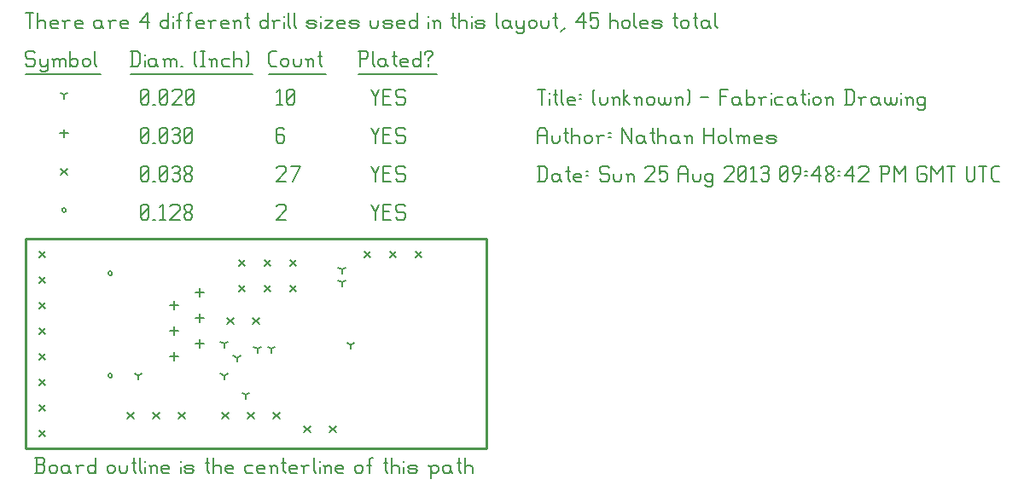
<source format=gbr>
G04 start of page 12 for group -3984 idx -3984 *
G04 Title: (unknown), fab *
G04 Creator: pcb 20110918 *
G04 CreationDate: Sun 25 Aug 2013 09:48:42 PM GMT UTC *
G04 For: ndholmes *
G04 Format: Gerber/RS-274X *
G04 PCB-Dimensions: 180000 82000 *
G04 PCB-Coordinate-Origin: lower left *
%MOIN*%
%FSLAX25Y25*%
%LNFAB*%
%ADD65C,0.0100*%
%ADD64C,0.0075*%
%ADD63C,0.0060*%
%ADD62R,0.0080X0.0080*%
G54D62*X32200Y68500D02*G75*G03X33800Y68500I800J0D01*G01*
G75*G03X32200Y68500I-800J0D01*G01*
Y28500D02*G75*G03X33800Y28500I800J0D01*G01*
G75*G03X32200Y28500I-800J0D01*G01*
X14200Y93250D02*G75*G03X15800Y93250I800J0D01*G01*
G75*G03X14200Y93250I-800J0D01*G01*
G54D63*X135000Y95500D02*X136500Y92500D01*
X138000Y95500D01*
X136500Y92500D02*Y89500D01*
X139800Y92800D02*X142050D01*
X139800Y89500D02*X142800D01*
X139800Y95500D02*Y89500D01*
Y95500D02*X142800D01*
X147600D02*X148350Y94750D01*
X145350Y95500D02*X147600D01*
X144600Y94750D02*X145350Y95500D01*
X144600Y94750D02*Y93250D01*
X145350Y92500D01*
X147600D01*
X148350Y91750D01*
Y90250D01*
X147600Y89500D02*X148350Y90250D01*
X145350Y89500D02*X147600D01*
X144600Y90250D02*X145350Y89500D01*
X98000Y94750D02*X98750Y95500D01*
X101000D01*
X101750Y94750D01*
Y93250D01*
X98000Y89500D02*X101750Y93250D01*
X98000Y89500D02*X101750D01*
X45000Y90250D02*X45750Y89500D01*
X45000Y94750D02*Y90250D01*
Y94750D02*X45750Y95500D01*
X47250D01*
X48000Y94750D01*
Y90250D01*
X47250Y89500D02*X48000Y90250D01*
X45750Y89500D02*X47250D01*
X45000Y91000D02*X48000Y94000D01*
X49800Y89500D02*X50550D01*
X52350Y94300D02*X53550Y95500D01*
Y89500D01*
X52350D02*X54600D01*
X56400Y94750D02*X57150Y95500D01*
X59400D01*
X60150Y94750D01*
Y93250D01*
X56400Y89500D02*X60150Y93250D01*
X56400Y89500D02*X60150D01*
X61950Y90250D02*X62700Y89500D01*
X61950Y91450D02*Y90250D01*
Y91450D02*X63000Y92500D01*
X63900D01*
X64950Y91450D01*
Y90250D01*
X64200Y89500D02*X64950Y90250D01*
X62700Y89500D02*X64200D01*
X61950Y93550D02*X63000Y92500D01*
X61950Y94750D02*Y93550D01*
Y94750D02*X62700Y95500D01*
X64200D01*
X64950Y94750D01*
Y93550D01*
X63900Y92500D02*X64950Y93550D01*
X5300Y77200D02*X7700Y74800D01*
X5300D02*X7700Y77200D01*
X5300Y67200D02*X7700Y64800D01*
X5300D02*X7700Y67200D01*
X5300Y57200D02*X7700Y54800D01*
X5300D02*X7700Y57200D01*
X5300Y47200D02*X7700Y44800D01*
X5300D02*X7700Y47200D01*
X5300Y37200D02*X7700Y34800D01*
X5300D02*X7700Y37200D01*
X5300Y27200D02*X7700Y24800D01*
X5300D02*X7700Y27200D01*
X5300Y17200D02*X7700Y14800D01*
X5300D02*X7700Y17200D01*
X5300Y7200D02*X7700Y4800D01*
X5300D02*X7700Y7200D01*
X103300Y73700D02*X105700Y71300D01*
X103300D02*X105700Y73700D01*
X93300D02*X95700Y71300D01*
X93300D02*X95700Y73700D01*
X83300D02*X85700Y71300D01*
X83300D02*X85700Y73700D01*
X103300Y63700D02*X105700Y61300D01*
X103300D02*X105700Y63700D01*
X93300D02*X95700Y61300D01*
X93300D02*X95700Y63700D01*
X83300D02*X85700Y61300D01*
X83300D02*X85700Y63700D01*
X152300Y77200D02*X154700Y74800D01*
X152300D02*X154700Y77200D01*
X142300D02*X144700Y74800D01*
X142300D02*X144700Y77200D01*
X132300D02*X134700Y74800D01*
X132300D02*X134700Y77200D01*
X39800Y14200D02*X42200Y11800D01*
X39800D02*X42200Y14200D01*
X49800D02*X52200Y11800D01*
X49800D02*X52200Y14200D01*
X59800D02*X62200Y11800D01*
X59800D02*X62200Y14200D01*
X76800D02*X79200Y11800D01*
X76800D02*X79200Y14200D01*
X86800D02*X89200Y11800D01*
X86800D02*X89200Y14200D01*
X96800D02*X99200Y11800D01*
X96800D02*X99200Y14200D01*
X78800Y51200D02*X81200Y48800D01*
X78800D02*X81200Y51200D01*
X88800D02*X91200Y48800D01*
X88800D02*X91200Y51200D01*
X108800Y8700D02*X111200Y6300D01*
X108800D02*X111200Y8700D01*
X118800D02*X121200Y6300D01*
X118800D02*X121200Y8700D01*
X13800Y109450D02*X16200Y107050D01*
X13800D02*X16200Y109450D01*
X135000Y110500D02*X136500Y107500D01*
X138000Y110500D01*
X136500Y107500D02*Y104500D01*
X139800Y107800D02*X142050D01*
X139800Y104500D02*X142800D01*
X139800Y110500D02*Y104500D01*
Y110500D02*X142800D01*
X147600D02*X148350Y109750D01*
X145350Y110500D02*X147600D01*
X144600Y109750D02*X145350Y110500D01*
X144600Y109750D02*Y108250D01*
X145350Y107500D01*
X147600D01*
X148350Y106750D01*
Y105250D01*
X147600Y104500D02*X148350Y105250D01*
X145350Y104500D02*X147600D01*
X144600Y105250D02*X145350Y104500D01*
X98000Y109750D02*X98750Y110500D01*
X101000D01*
X101750Y109750D01*
Y108250D01*
X98000Y104500D02*X101750Y108250D01*
X98000Y104500D02*X101750D01*
X104300D02*X107300Y110500D01*
X103550D02*X107300D01*
X45000Y105250D02*X45750Y104500D01*
X45000Y109750D02*Y105250D01*
Y109750D02*X45750Y110500D01*
X47250D01*
X48000Y109750D01*
Y105250D01*
X47250Y104500D02*X48000Y105250D01*
X45750Y104500D02*X47250D01*
X45000Y106000D02*X48000Y109000D01*
X49800Y104500D02*X50550D01*
X52350Y105250D02*X53100Y104500D01*
X52350Y109750D02*Y105250D01*
Y109750D02*X53100Y110500D01*
X54600D01*
X55350Y109750D01*
Y105250D01*
X54600Y104500D02*X55350Y105250D01*
X53100Y104500D02*X54600D01*
X52350Y106000D02*X55350Y109000D01*
X57150Y109750D02*X57900Y110500D01*
X59400D01*
X60150Y109750D01*
X59400Y104500D02*X60150Y105250D01*
X57900Y104500D02*X59400D01*
X57150Y105250D02*X57900Y104500D01*
Y107800D02*X59400D01*
X60150Y109750D02*Y108550D01*
Y107050D02*Y105250D01*
Y107050D02*X59400Y107800D01*
X60150Y108550D02*X59400Y107800D01*
X61950Y105250D02*X62700Y104500D01*
X61950Y106450D02*Y105250D01*
Y106450D02*X63000Y107500D01*
X63900D01*
X64950Y106450D01*
Y105250D01*
X64200Y104500D02*X64950Y105250D01*
X62700Y104500D02*X64200D01*
X61950Y108550D02*X63000Y107500D01*
X61950Y109750D02*Y108550D01*
Y109750D02*X62700Y110500D01*
X64200D01*
X64950Y109750D01*
Y108550D01*
X63900Y107500D02*X64950Y108550D01*
X68000Y62600D02*Y59400D01*
X66400Y61000D02*X69600D01*
X58000Y57600D02*Y54400D01*
X56400Y56000D02*X59600D01*
X68000Y52600D02*Y49400D01*
X66400Y51000D02*X69600D01*
X58000Y47600D02*Y44400D01*
X56400Y46000D02*X59600D01*
X68000Y42600D02*Y39400D01*
X66400Y41000D02*X69600D01*
X58000Y37600D02*Y34400D01*
X56400Y36000D02*X59600D01*
X15000Y124850D02*Y121650D01*
X13400Y123250D02*X16600D01*
X135000Y125500D02*X136500Y122500D01*
X138000Y125500D01*
X136500Y122500D02*Y119500D01*
X139800Y122800D02*X142050D01*
X139800Y119500D02*X142800D01*
X139800Y125500D02*Y119500D01*
Y125500D02*X142800D01*
X147600D02*X148350Y124750D01*
X145350Y125500D02*X147600D01*
X144600Y124750D02*X145350Y125500D01*
X144600Y124750D02*Y123250D01*
X145350Y122500D01*
X147600D01*
X148350Y121750D01*
Y120250D01*
X147600Y119500D02*X148350Y120250D01*
X145350Y119500D02*X147600D01*
X144600Y120250D02*X145350Y119500D01*
X100250Y125500D02*X101000Y124750D01*
X98750Y125500D02*X100250D01*
X98000Y124750D02*X98750Y125500D01*
X98000Y124750D02*Y120250D01*
X98750Y119500D01*
X100250Y122800D02*X101000Y122050D01*
X98000Y122800D02*X100250D01*
X98750Y119500D02*X100250D01*
X101000Y120250D01*
Y122050D02*Y120250D01*
X45000D02*X45750Y119500D01*
X45000Y124750D02*Y120250D01*
Y124750D02*X45750Y125500D01*
X47250D01*
X48000Y124750D01*
Y120250D01*
X47250Y119500D02*X48000Y120250D01*
X45750Y119500D02*X47250D01*
X45000Y121000D02*X48000Y124000D01*
X49800Y119500D02*X50550D01*
X52350Y120250D02*X53100Y119500D01*
X52350Y124750D02*Y120250D01*
Y124750D02*X53100Y125500D01*
X54600D01*
X55350Y124750D01*
Y120250D01*
X54600Y119500D02*X55350Y120250D01*
X53100Y119500D02*X54600D01*
X52350Y121000D02*X55350Y124000D01*
X57150Y124750D02*X57900Y125500D01*
X59400D01*
X60150Y124750D01*
X59400Y119500D02*X60150Y120250D01*
X57900Y119500D02*X59400D01*
X57150Y120250D02*X57900Y119500D01*
Y122800D02*X59400D01*
X60150Y124750D02*Y123550D01*
Y122050D02*Y120250D01*
Y122050D02*X59400Y122800D01*
X60150Y123550D02*X59400Y122800D01*
X61950Y120250D02*X62700Y119500D01*
X61950Y124750D02*Y120250D01*
Y124750D02*X62700Y125500D01*
X64200D01*
X64950Y124750D01*
Y120250D01*
X64200Y119500D02*X64950Y120250D01*
X62700Y119500D02*X64200D01*
X61950Y121000D02*X64950Y124000D01*
X123500Y70000D02*Y68400D01*
Y70000D02*X124887Y70800D01*
X123500Y70000D02*X122113Y70800D01*
X123500Y65000D02*Y63400D01*
Y65000D02*X124887Y65800D01*
X123500Y65000D02*X122113Y65800D01*
X82500Y35500D02*Y33900D01*
Y35500D02*X83887Y36300D01*
X82500Y35500D02*X81113Y36300D01*
X77500Y41000D02*Y39400D01*
Y41000D02*X78887Y41800D01*
X77500Y41000D02*X76113Y41800D01*
X77500Y28500D02*Y26900D01*
Y28500D02*X78887Y29300D01*
X77500Y28500D02*X76113Y29300D01*
X44000Y28500D02*Y26900D01*
Y28500D02*X45387Y29300D01*
X44000Y28500D02*X42613Y29300D01*
X90500Y39000D02*Y37400D01*
Y39000D02*X91887Y39800D01*
X90500Y39000D02*X89113Y39800D01*
X96000Y39000D02*Y37400D01*
Y39000D02*X97387Y39800D01*
X96000Y39000D02*X94613Y39800D01*
X127000Y40500D02*Y38900D01*
Y40500D02*X128387Y41300D01*
X127000Y40500D02*X125613Y41300D01*
X86000Y21000D02*Y19400D01*
Y21000D02*X87387Y21800D01*
X86000Y21000D02*X84613Y21800D01*
X15000Y138250D02*Y136650D01*
Y138250D02*X16387Y139050D01*
X15000Y138250D02*X13613Y139050D01*
X135000Y140500D02*X136500Y137500D01*
X138000Y140500D01*
X136500Y137500D02*Y134500D01*
X139800Y137800D02*X142050D01*
X139800Y134500D02*X142800D01*
X139800Y140500D02*Y134500D01*
Y140500D02*X142800D01*
X147600D02*X148350Y139750D01*
X145350Y140500D02*X147600D01*
X144600Y139750D02*X145350Y140500D01*
X144600Y139750D02*Y138250D01*
X145350Y137500D01*
X147600D01*
X148350Y136750D01*
Y135250D01*
X147600Y134500D02*X148350Y135250D01*
X145350Y134500D02*X147600D01*
X144600Y135250D02*X145350Y134500D01*
X98000Y139300D02*X99200Y140500D01*
Y134500D01*
X98000D02*X100250D01*
X102050Y135250D02*X102800Y134500D01*
X102050Y139750D02*Y135250D01*
Y139750D02*X102800Y140500D01*
X104300D01*
X105050Y139750D01*
Y135250D01*
X104300Y134500D02*X105050Y135250D01*
X102800Y134500D02*X104300D01*
X102050Y136000D02*X105050Y139000D01*
X45000Y135250D02*X45750Y134500D01*
X45000Y139750D02*Y135250D01*
Y139750D02*X45750Y140500D01*
X47250D01*
X48000Y139750D01*
Y135250D01*
X47250Y134500D02*X48000Y135250D01*
X45750Y134500D02*X47250D01*
X45000Y136000D02*X48000Y139000D01*
X49800Y134500D02*X50550D01*
X52350Y135250D02*X53100Y134500D01*
X52350Y139750D02*Y135250D01*
Y139750D02*X53100Y140500D01*
X54600D01*
X55350Y139750D01*
Y135250D01*
X54600Y134500D02*X55350Y135250D01*
X53100Y134500D02*X54600D01*
X52350Y136000D02*X55350Y139000D01*
X57150Y139750D02*X57900Y140500D01*
X60150D01*
X60900Y139750D01*
Y138250D01*
X57150Y134500D02*X60900Y138250D01*
X57150Y134500D02*X60900D01*
X62700Y135250D02*X63450Y134500D01*
X62700Y139750D02*Y135250D01*
Y139750D02*X63450Y140500D01*
X64950D01*
X65700Y139750D01*
Y135250D01*
X64950Y134500D02*X65700Y135250D01*
X63450Y134500D02*X64950D01*
X62700Y136000D02*X65700Y139000D01*
X3000Y155500D02*X3750Y154750D01*
X750Y155500D02*X3000D01*
X0Y154750D02*X750Y155500D01*
X0Y154750D02*Y153250D01*
X750Y152500D01*
X3000D01*
X3750Y151750D01*
Y150250D01*
X3000Y149500D02*X3750Y150250D01*
X750Y149500D02*X3000D01*
X0Y150250D02*X750Y149500D01*
X5550Y152500D02*Y150250D01*
X6300Y149500D01*
X8550Y152500D02*Y148000D01*
X7800Y147250D02*X8550Y148000D01*
X6300Y147250D02*X7800D01*
X5550Y148000D02*X6300Y147250D01*
Y149500D02*X7800D01*
X8550Y150250D01*
X11100Y151750D02*Y149500D01*
Y151750D02*X11850Y152500D01*
X12600D01*
X13350Y151750D01*
Y149500D01*
Y151750D02*X14100Y152500D01*
X14850D01*
X15600Y151750D01*
Y149500D01*
X10350Y152500D02*X11100Y151750D01*
X17400Y155500D02*Y149500D01*
Y150250D02*X18150Y149500D01*
X19650D01*
X20400Y150250D01*
Y151750D02*Y150250D01*
X19650Y152500D02*X20400Y151750D01*
X18150Y152500D02*X19650D01*
X17400Y151750D02*X18150Y152500D01*
X22200Y151750D02*Y150250D01*
Y151750D02*X22950Y152500D01*
X24450D01*
X25200Y151750D01*
Y150250D01*
X24450Y149500D02*X25200Y150250D01*
X22950Y149500D02*X24450D01*
X22200Y150250D02*X22950Y149500D01*
X27000Y155500D02*Y150250D01*
X27750Y149500D01*
X0Y146250D02*X29250D01*
X41750Y155500D02*Y149500D01*
X43700Y155500D02*X44750Y154450D01*
Y150550D01*
X43700Y149500D02*X44750Y150550D01*
X41000Y149500D02*X43700D01*
X41000Y155500D02*X43700D01*
G54D64*X46550Y154000D02*Y153850D01*
G54D63*Y151750D02*Y149500D01*
X50300Y152500D02*X51050Y151750D01*
X48800Y152500D02*X50300D01*
X48050Y151750D02*X48800Y152500D01*
X48050Y151750D02*Y150250D01*
X48800Y149500D01*
X51050Y152500D02*Y150250D01*
X51800Y149500D01*
X48800D02*X50300D01*
X51050Y150250D01*
X54350Y151750D02*Y149500D01*
Y151750D02*X55100Y152500D01*
X55850D01*
X56600Y151750D01*
Y149500D01*
Y151750D02*X57350Y152500D01*
X58100D01*
X58850Y151750D01*
Y149500D01*
X53600Y152500D02*X54350Y151750D01*
X60650Y149500D02*X61400D01*
X65900Y150250D02*X66650Y149500D01*
X65900Y154750D02*X66650Y155500D01*
X65900Y154750D02*Y150250D01*
X68450Y155500D02*X69950D01*
X69200D02*Y149500D01*
X68450D02*X69950D01*
X72500Y151750D02*Y149500D01*
Y151750D02*X73250Y152500D01*
X74000D01*
X74750Y151750D01*
Y149500D01*
X71750Y152500D02*X72500Y151750D01*
X77300Y152500D02*X79550D01*
X76550Y151750D02*X77300Y152500D01*
X76550Y151750D02*Y150250D01*
X77300Y149500D01*
X79550D01*
X81350Y155500D02*Y149500D01*
Y151750D02*X82100Y152500D01*
X83600D01*
X84350Y151750D01*
Y149500D01*
X86150Y155500D02*X86900Y154750D01*
Y150250D01*
X86150Y149500D02*X86900Y150250D01*
X41000Y146250D02*X88700D01*
X96050Y149500D02*X98000D01*
X95000Y150550D02*X96050Y149500D01*
X95000Y154450D02*Y150550D01*
Y154450D02*X96050Y155500D01*
X98000D01*
X99800Y151750D02*Y150250D01*
Y151750D02*X100550Y152500D01*
X102050D01*
X102800Y151750D01*
Y150250D01*
X102050Y149500D02*X102800Y150250D01*
X100550Y149500D02*X102050D01*
X99800Y150250D02*X100550Y149500D01*
X104600Y152500D02*Y150250D01*
X105350Y149500D01*
X106850D01*
X107600Y150250D01*
Y152500D02*Y150250D01*
X110150Y151750D02*Y149500D01*
Y151750D02*X110900Y152500D01*
X111650D01*
X112400Y151750D01*
Y149500D01*
X109400Y152500D02*X110150Y151750D01*
X114950Y155500D02*Y150250D01*
X115700Y149500D01*
X114200Y153250D02*X115700D01*
X95000Y146250D02*X117200D01*
X130750Y155500D02*Y149500D01*
X130000Y155500D02*X133000D01*
X133750Y154750D01*
Y153250D01*
X133000Y152500D02*X133750Y153250D01*
X130750Y152500D02*X133000D01*
X135550Y155500D02*Y150250D01*
X136300Y149500D01*
X140050Y152500D02*X140800Y151750D01*
X138550Y152500D02*X140050D01*
X137800Y151750D02*X138550Y152500D01*
X137800Y151750D02*Y150250D01*
X138550Y149500D01*
X140800Y152500D02*Y150250D01*
X141550Y149500D01*
X138550D02*X140050D01*
X140800Y150250D01*
X144100Y155500D02*Y150250D01*
X144850Y149500D01*
X143350Y153250D02*X144850D01*
X147100Y149500D02*X149350D01*
X146350Y150250D02*X147100Y149500D01*
X146350Y151750D02*Y150250D01*
Y151750D02*X147100Y152500D01*
X148600D01*
X149350Y151750D01*
X146350Y151000D02*X149350D01*
Y151750D02*Y151000D01*
X154150Y155500D02*Y149500D01*
X153400D02*X154150Y150250D01*
X151900Y149500D02*X153400D01*
X151150Y150250D02*X151900Y149500D01*
X151150Y151750D02*Y150250D01*
Y151750D02*X151900Y152500D01*
X153400D01*
X154150Y151750D01*
X157450Y152500D02*Y151750D01*
Y150250D02*Y149500D01*
X155950Y154750D02*Y154000D01*
Y154750D02*X156700Y155500D01*
X158200D01*
X158950Y154750D01*
Y154000D01*
X157450Y152500D02*X158950Y154000D01*
X130000Y146250D02*X160750D01*
X0Y170500D02*X3000D01*
X1500D02*Y164500D01*
X4800Y170500D02*Y164500D01*
Y166750D02*X5550Y167500D01*
X7050D01*
X7800Y166750D01*
Y164500D01*
X10350D02*X12600D01*
X9600Y165250D02*X10350Y164500D01*
X9600Y166750D02*Y165250D01*
Y166750D02*X10350Y167500D01*
X11850D01*
X12600Y166750D01*
X9600Y166000D02*X12600D01*
Y166750D02*Y166000D01*
X15150Y166750D02*Y164500D01*
Y166750D02*X15900Y167500D01*
X17400D01*
X14400D02*X15150Y166750D01*
X19950Y164500D02*X22200D01*
X19200Y165250D02*X19950Y164500D01*
X19200Y166750D02*Y165250D01*
Y166750D02*X19950Y167500D01*
X21450D01*
X22200Y166750D01*
X19200Y166000D02*X22200D01*
Y166750D02*Y166000D01*
X28950Y167500D02*X29700Y166750D01*
X27450Y167500D02*X28950D01*
X26700Y166750D02*X27450Y167500D01*
X26700Y166750D02*Y165250D01*
X27450Y164500D01*
X29700Y167500D02*Y165250D01*
X30450Y164500D01*
X27450D02*X28950D01*
X29700Y165250D01*
X33000Y166750D02*Y164500D01*
Y166750D02*X33750Y167500D01*
X35250D01*
X32250D02*X33000Y166750D01*
X37800Y164500D02*X40050D01*
X37050Y165250D02*X37800Y164500D01*
X37050Y166750D02*Y165250D01*
Y166750D02*X37800Y167500D01*
X39300D01*
X40050Y166750D01*
X37050Y166000D02*X40050D01*
Y166750D02*Y166000D01*
X44550Y166750D02*X47550Y170500D01*
X44550Y166750D02*X48300D01*
X47550Y170500D02*Y164500D01*
X55800Y170500D02*Y164500D01*
X55050D02*X55800Y165250D01*
X53550Y164500D02*X55050D01*
X52800Y165250D02*X53550Y164500D01*
X52800Y166750D02*Y165250D01*
Y166750D02*X53550Y167500D01*
X55050D01*
X55800Y166750D01*
G54D64*X57600Y169000D02*Y168850D01*
G54D63*Y166750D02*Y164500D01*
X59850Y169750D02*Y164500D01*
Y169750D02*X60600Y170500D01*
X61350D01*
X59100Y167500D02*X60600D01*
X63600Y169750D02*Y164500D01*
Y169750D02*X64350Y170500D01*
X65100D01*
X62850Y167500D02*X64350D01*
X67350Y164500D02*X69600D01*
X66600Y165250D02*X67350Y164500D01*
X66600Y166750D02*Y165250D01*
Y166750D02*X67350Y167500D01*
X68850D01*
X69600Y166750D01*
X66600Y166000D02*X69600D01*
Y166750D02*Y166000D01*
X72150Y166750D02*Y164500D01*
Y166750D02*X72900Y167500D01*
X74400D01*
X71400D02*X72150Y166750D01*
X76950Y164500D02*X79200D01*
X76200Y165250D02*X76950Y164500D01*
X76200Y166750D02*Y165250D01*
Y166750D02*X76950Y167500D01*
X78450D01*
X79200Y166750D01*
X76200Y166000D02*X79200D01*
Y166750D02*Y166000D01*
X81750Y166750D02*Y164500D01*
Y166750D02*X82500Y167500D01*
X83250D01*
X84000Y166750D01*
Y164500D01*
X81000Y167500D02*X81750Y166750D01*
X86550Y170500D02*Y165250D01*
X87300Y164500D01*
X85800Y168250D02*X87300D01*
X94500Y170500D02*Y164500D01*
X93750D02*X94500Y165250D01*
X92250Y164500D02*X93750D01*
X91500Y165250D02*X92250Y164500D01*
X91500Y166750D02*Y165250D01*
Y166750D02*X92250Y167500D01*
X93750D01*
X94500Y166750D01*
X97050D02*Y164500D01*
Y166750D02*X97800Y167500D01*
X99300D01*
X96300D02*X97050Y166750D01*
G54D64*X101100Y169000D02*Y168850D01*
G54D63*Y166750D02*Y164500D01*
X102600Y170500D02*Y165250D01*
X103350Y164500D01*
X104850Y170500D02*Y165250D01*
X105600Y164500D01*
X110550D02*X112800D01*
X113550Y165250D01*
X112800Y166000D02*X113550Y165250D01*
X110550Y166000D02*X112800D01*
X109800Y166750D02*X110550Y166000D01*
X109800Y166750D02*X110550Y167500D01*
X112800D01*
X113550Y166750D01*
X109800Y165250D02*X110550Y164500D01*
G54D64*X115350Y169000D02*Y168850D01*
G54D63*Y166750D02*Y164500D01*
X116850Y167500D02*X119850D01*
X116850Y164500D02*X119850Y167500D01*
X116850Y164500D02*X119850D01*
X122400D02*X124650D01*
X121650Y165250D02*X122400Y164500D01*
X121650Y166750D02*Y165250D01*
Y166750D02*X122400Y167500D01*
X123900D01*
X124650Y166750D01*
X121650Y166000D02*X124650D01*
Y166750D02*Y166000D01*
X127200Y164500D02*X129450D01*
X130200Y165250D01*
X129450Y166000D02*X130200Y165250D01*
X127200Y166000D02*X129450D01*
X126450Y166750D02*X127200Y166000D01*
X126450Y166750D02*X127200Y167500D01*
X129450D01*
X130200Y166750D01*
X126450Y165250D02*X127200Y164500D01*
X134700Y167500D02*Y165250D01*
X135450Y164500D01*
X136950D01*
X137700Y165250D01*
Y167500D02*Y165250D01*
X140250Y164500D02*X142500D01*
X143250Y165250D01*
X142500Y166000D02*X143250Y165250D01*
X140250Y166000D02*X142500D01*
X139500Y166750D02*X140250Y166000D01*
X139500Y166750D02*X140250Y167500D01*
X142500D01*
X143250Y166750D01*
X139500Y165250D02*X140250Y164500D01*
X145800D02*X148050D01*
X145050Y165250D02*X145800Y164500D01*
X145050Y166750D02*Y165250D01*
Y166750D02*X145800Y167500D01*
X147300D01*
X148050Y166750D01*
X145050Y166000D02*X148050D01*
Y166750D02*Y166000D01*
X152850Y170500D02*Y164500D01*
X152100D02*X152850Y165250D01*
X150600Y164500D02*X152100D01*
X149850Y165250D02*X150600Y164500D01*
X149850Y166750D02*Y165250D01*
Y166750D02*X150600Y167500D01*
X152100D01*
X152850Y166750D01*
G54D64*X157350Y169000D02*Y168850D01*
G54D63*Y166750D02*Y164500D01*
X159600Y166750D02*Y164500D01*
Y166750D02*X160350Y167500D01*
X161100D01*
X161850Y166750D01*
Y164500D01*
X158850Y167500D02*X159600Y166750D01*
X167100Y170500D02*Y165250D01*
X167850Y164500D01*
X166350Y168250D02*X167850D01*
X169350Y170500D02*Y164500D01*
Y166750D02*X170100Y167500D01*
X171600D01*
X172350Y166750D01*
Y164500D01*
G54D64*X174150Y169000D02*Y168850D01*
G54D63*Y166750D02*Y164500D01*
X176400D02*X178650D01*
X179400Y165250D01*
X178650Y166000D02*X179400Y165250D01*
X176400Y166000D02*X178650D01*
X175650Y166750D02*X176400Y166000D01*
X175650Y166750D02*X176400Y167500D01*
X178650D01*
X179400Y166750D01*
X175650Y165250D02*X176400Y164500D01*
X183900Y170500D02*Y165250D01*
X184650Y164500D01*
X188400Y167500D02*X189150Y166750D01*
X186900Y167500D02*X188400D01*
X186150Y166750D02*X186900Y167500D01*
X186150Y166750D02*Y165250D01*
X186900Y164500D01*
X189150Y167500D02*Y165250D01*
X189900Y164500D01*
X186900D02*X188400D01*
X189150Y165250D01*
X191700Y167500D02*Y165250D01*
X192450Y164500D01*
X194700Y167500D02*Y163000D01*
X193950Y162250D02*X194700Y163000D01*
X192450Y162250D02*X193950D01*
X191700Y163000D02*X192450Y162250D01*
Y164500D02*X193950D01*
X194700Y165250D01*
X196500Y166750D02*Y165250D01*
Y166750D02*X197250Y167500D01*
X198750D01*
X199500Y166750D01*
Y165250D01*
X198750Y164500D02*X199500Y165250D01*
X197250Y164500D02*X198750D01*
X196500Y165250D02*X197250Y164500D01*
X201300Y167500D02*Y165250D01*
X202050Y164500D01*
X203550D01*
X204300Y165250D01*
Y167500D02*Y165250D01*
X206850Y170500D02*Y165250D01*
X207600Y164500D01*
X206100Y168250D02*X207600D01*
X209100Y163000D02*X210600Y164500D01*
X215100Y166750D02*X218100Y170500D01*
X215100Y166750D02*X218850D01*
X218100Y170500D02*Y164500D01*
X220650Y170500D02*X223650D01*
X220650D02*Y167500D01*
X221400Y168250D01*
X222900D01*
X223650Y167500D01*
Y165250D01*
X222900Y164500D02*X223650Y165250D01*
X221400Y164500D02*X222900D01*
X220650Y165250D02*X221400Y164500D01*
X228150Y170500D02*Y164500D01*
Y166750D02*X228900Y167500D01*
X230400D01*
X231150Y166750D01*
Y164500D01*
X232950Y166750D02*Y165250D01*
Y166750D02*X233700Y167500D01*
X235200D01*
X235950Y166750D01*
Y165250D01*
X235200Y164500D02*X235950Y165250D01*
X233700Y164500D02*X235200D01*
X232950Y165250D02*X233700Y164500D01*
X237750Y170500D02*Y165250D01*
X238500Y164500D01*
X240750D02*X243000D01*
X240000Y165250D02*X240750Y164500D01*
X240000Y166750D02*Y165250D01*
Y166750D02*X240750Y167500D01*
X242250D01*
X243000Y166750D01*
X240000Y166000D02*X243000D01*
Y166750D02*Y166000D01*
X245550Y164500D02*X247800D01*
X248550Y165250D01*
X247800Y166000D02*X248550Y165250D01*
X245550Y166000D02*X247800D01*
X244800Y166750D02*X245550Y166000D01*
X244800Y166750D02*X245550Y167500D01*
X247800D01*
X248550Y166750D01*
X244800Y165250D02*X245550Y164500D01*
X253800Y170500D02*Y165250D01*
X254550Y164500D01*
X253050Y168250D02*X254550D01*
X256050Y166750D02*Y165250D01*
Y166750D02*X256800Y167500D01*
X258300D01*
X259050Y166750D01*
Y165250D01*
X258300Y164500D02*X259050Y165250D01*
X256800Y164500D02*X258300D01*
X256050Y165250D02*X256800Y164500D01*
X261600Y170500D02*Y165250D01*
X262350Y164500D01*
X260850Y168250D02*X262350D01*
X266100Y167500D02*X266850Y166750D01*
X264600Y167500D02*X266100D01*
X263850Y166750D02*X264600Y167500D01*
X263850Y166750D02*Y165250D01*
X264600Y164500D01*
X266850Y167500D02*Y165250D01*
X267600Y164500D01*
X264600D02*X266100D01*
X266850Y165250D01*
X269400Y170500D02*Y165250D01*
X270150Y164500D01*
G54D65*X0Y82000D02*X180000D01*
Y0D01*
X0D01*
Y82000D01*
G54D63*X3675Y-9500D02*X6675D01*
X7425Y-8750D01*
Y-6950D02*Y-8750D01*
X6675Y-6200D02*X7425Y-6950D01*
X4425Y-6200D02*X6675D01*
X4425Y-3500D02*Y-9500D01*
X3675Y-3500D02*X6675D01*
X7425Y-4250D01*
Y-5450D01*
X6675Y-6200D02*X7425Y-5450D01*
X9225Y-7250D02*Y-8750D01*
Y-7250D02*X9975Y-6500D01*
X11475D01*
X12225Y-7250D01*
Y-8750D01*
X11475Y-9500D02*X12225Y-8750D01*
X9975Y-9500D02*X11475D01*
X9225Y-8750D02*X9975Y-9500D01*
X16275Y-6500D02*X17025Y-7250D01*
X14775Y-6500D02*X16275D01*
X14025Y-7250D02*X14775Y-6500D01*
X14025Y-7250D02*Y-8750D01*
X14775Y-9500D01*
X17025Y-6500D02*Y-8750D01*
X17775Y-9500D01*
X14775D02*X16275D01*
X17025Y-8750D01*
X20325Y-7250D02*Y-9500D01*
Y-7250D02*X21075Y-6500D01*
X22575D01*
X19575D02*X20325Y-7250D01*
X27375Y-3500D02*Y-9500D01*
X26625D02*X27375Y-8750D01*
X25125Y-9500D02*X26625D01*
X24375Y-8750D02*X25125Y-9500D01*
X24375Y-7250D02*Y-8750D01*
Y-7250D02*X25125Y-6500D01*
X26625D01*
X27375Y-7250D01*
X31875D02*Y-8750D01*
Y-7250D02*X32625Y-6500D01*
X34125D01*
X34875Y-7250D01*
Y-8750D01*
X34125Y-9500D02*X34875Y-8750D01*
X32625Y-9500D02*X34125D01*
X31875Y-8750D02*X32625Y-9500D01*
X36675Y-6500D02*Y-8750D01*
X37425Y-9500D01*
X38925D01*
X39675Y-8750D01*
Y-6500D02*Y-8750D01*
X42225Y-3500D02*Y-8750D01*
X42975Y-9500D01*
X41475Y-5750D02*X42975D01*
X44475Y-3500D02*Y-8750D01*
X45225Y-9500D01*
G54D64*X46725Y-5000D02*Y-5150D01*
G54D63*Y-7250D02*Y-9500D01*
X48975Y-7250D02*Y-9500D01*
Y-7250D02*X49725Y-6500D01*
X50475D01*
X51225Y-7250D01*
Y-9500D01*
X48225Y-6500D02*X48975Y-7250D01*
X53775Y-9500D02*X56025D01*
X53025Y-8750D02*X53775Y-9500D01*
X53025Y-7250D02*Y-8750D01*
Y-7250D02*X53775Y-6500D01*
X55275D01*
X56025Y-7250D01*
X53025Y-8000D02*X56025D01*
Y-7250D02*Y-8000D01*
G54D64*X60525Y-5000D02*Y-5150D01*
G54D63*Y-7250D02*Y-9500D01*
X62775D02*X65025D01*
X65775Y-8750D01*
X65025Y-8000D02*X65775Y-8750D01*
X62775Y-8000D02*X65025D01*
X62025Y-7250D02*X62775Y-8000D01*
X62025Y-7250D02*X62775Y-6500D01*
X65025D01*
X65775Y-7250D01*
X62025Y-8750D02*X62775Y-9500D01*
X71025Y-3500D02*Y-8750D01*
X71775Y-9500D01*
X70275Y-5750D02*X71775D01*
X73275Y-3500D02*Y-9500D01*
Y-7250D02*X74025Y-6500D01*
X75525D01*
X76275Y-7250D01*
Y-9500D01*
X78825D02*X81075D01*
X78075Y-8750D02*X78825Y-9500D01*
X78075Y-7250D02*Y-8750D01*
Y-7250D02*X78825Y-6500D01*
X80325D01*
X81075Y-7250D01*
X78075Y-8000D02*X81075D01*
Y-7250D02*Y-8000D01*
X86325Y-6500D02*X88575D01*
X85575Y-7250D02*X86325Y-6500D01*
X85575Y-7250D02*Y-8750D01*
X86325Y-9500D01*
X88575D01*
X91125D02*X93375D01*
X90375Y-8750D02*X91125Y-9500D01*
X90375Y-7250D02*Y-8750D01*
Y-7250D02*X91125Y-6500D01*
X92625D01*
X93375Y-7250D01*
X90375Y-8000D02*X93375D01*
Y-7250D02*Y-8000D01*
X95925Y-7250D02*Y-9500D01*
Y-7250D02*X96675Y-6500D01*
X97425D01*
X98175Y-7250D01*
Y-9500D01*
X95175Y-6500D02*X95925Y-7250D01*
X100725Y-3500D02*Y-8750D01*
X101475Y-9500D01*
X99975Y-5750D02*X101475D01*
X103725Y-9500D02*X105975D01*
X102975Y-8750D02*X103725Y-9500D01*
X102975Y-7250D02*Y-8750D01*
Y-7250D02*X103725Y-6500D01*
X105225D01*
X105975Y-7250D01*
X102975Y-8000D02*X105975D01*
Y-7250D02*Y-8000D01*
X108525Y-7250D02*Y-9500D01*
Y-7250D02*X109275Y-6500D01*
X110775D01*
X107775D02*X108525Y-7250D01*
X112575Y-3500D02*Y-8750D01*
X113325Y-9500D01*
G54D64*X114825Y-5000D02*Y-5150D01*
G54D63*Y-7250D02*Y-9500D01*
X117075Y-7250D02*Y-9500D01*
Y-7250D02*X117825Y-6500D01*
X118575D01*
X119325Y-7250D01*
Y-9500D01*
X116325Y-6500D02*X117075Y-7250D01*
X121875Y-9500D02*X124125D01*
X121125Y-8750D02*X121875Y-9500D01*
X121125Y-7250D02*Y-8750D01*
Y-7250D02*X121875Y-6500D01*
X123375D01*
X124125Y-7250D01*
X121125Y-8000D02*X124125D01*
Y-7250D02*Y-8000D01*
X128625Y-7250D02*Y-8750D01*
Y-7250D02*X129375Y-6500D01*
X130875D01*
X131625Y-7250D01*
Y-8750D01*
X130875Y-9500D02*X131625Y-8750D01*
X129375Y-9500D02*X130875D01*
X128625Y-8750D02*X129375Y-9500D01*
X134175Y-4250D02*Y-9500D01*
Y-4250D02*X134925Y-3500D01*
X135675D01*
X133425Y-6500D02*X134925D01*
X140625Y-3500D02*Y-8750D01*
X141375Y-9500D01*
X139875Y-5750D02*X141375D01*
X142875Y-3500D02*Y-9500D01*
Y-7250D02*X143625Y-6500D01*
X145125D01*
X145875Y-7250D01*
Y-9500D01*
G54D64*X147675Y-5000D02*Y-5150D01*
G54D63*Y-7250D02*Y-9500D01*
X149925D02*X152175D01*
X152925Y-8750D01*
X152175Y-8000D02*X152925Y-8750D01*
X149925Y-8000D02*X152175D01*
X149175Y-7250D02*X149925Y-8000D01*
X149175Y-7250D02*X149925Y-6500D01*
X152175D01*
X152925Y-7250D01*
X149175Y-8750D02*X149925Y-9500D01*
X158175Y-7250D02*Y-11750D01*
X157425Y-6500D02*X158175Y-7250D01*
X158925Y-6500D01*
X160425D01*
X161175Y-7250D01*
Y-8750D01*
X160425Y-9500D02*X161175Y-8750D01*
X158925Y-9500D02*X160425D01*
X158175Y-8750D02*X158925Y-9500D01*
X165225Y-6500D02*X165975Y-7250D01*
X163725Y-6500D02*X165225D01*
X162975Y-7250D02*X163725Y-6500D01*
X162975Y-7250D02*Y-8750D01*
X163725Y-9500D01*
X165975Y-6500D02*Y-8750D01*
X166725Y-9500D01*
X163725D02*X165225D01*
X165975Y-8750D01*
X169275Y-3500D02*Y-8750D01*
X170025Y-9500D01*
X168525Y-5750D02*X170025D01*
X171525Y-3500D02*Y-9500D01*
Y-7250D02*X172275Y-6500D01*
X173775D01*
X174525Y-7250D01*
Y-9500D01*
X200750Y110500D02*Y104500D01*
X202700Y110500D02*X203750Y109450D01*
Y105550D01*
X202700Y104500D02*X203750Y105550D01*
X200000Y104500D02*X202700D01*
X200000Y110500D02*X202700D01*
X207800Y107500D02*X208550Y106750D01*
X206300Y107500D02*X207800D01*
X205550Y106750D02*X206300Y107500D01*
X205550Y106750D02*Y105250D01*
X206300Y104500D01*
X208550Y107500D02*Y105250D01*
X209300Y104500D01*
X206300D02*X207800D01*
X208550Y105250D01*
X211850Y110500D02*Y105250D01*
X212600Y104500D01*
X211100Y108250D02*X212600D01*
X214850Y104500D02*X217100D01*
X214100Y105250D02*X214850Y104500D01*
X214100Y106750D02*Y105250D01*
Y106750D02*X214850Y107500D01*
X216350D01*
X217100Y106750D01*
X214100Y106000D02*X217100D01*
Y106750D02*Y106000D01*
X218900Y108250D02*X219650D01*
X218900Y106750D02*X219650D01*
X227150Y110500D02*X227900Y109750D01*
X224900Y110500D02*X227150D01*
X224150Y109750D02*X224900Y110500D01*
X224150Y109750D02*Y108250D01*
X224900Y107500D01*
X227150D01*
X227900Y106750D01*
Y105250D01*
X227150Y104500D02*X227900Y105250D01*
X224900Y104500D02*X227150D01*
X224150Y105250D02*X224900Y104500D01*
X229700Y107500D02*Y105250D01*
X230450Y104500D01*
X231950D01*
X232700Y105250D01*
Y107500D02*Y105250D01*
X235250Y106750D02*Y104500D01*
Y106750D02*X236000Y107500D01*
X236750D01*
X237500Y106750D01*
Y104500D01*
X234500Y107500D02*X235250Y106750D01*
X242000Y109750D02*X242750Y110500D01*
X245000D01*
X245750Y109750D01*
Y108250D01*
X242000Y104500D02*X245750Y108250D01*
X242000Y104500D02*X245750D01*
X247550Y110500D02*X250550D01*
X247550D02*Y107500D01*
X248300Y108250D01*
X249800D01*
X250550Y107500D01*
Y105250D01*
X249800Y104500D02*X250550Y105250D01*
X248300Y104500D02*X249800D01*
X247550Y105250D02*X248300Y104500D01*
X255050Y109000D02*Y104500D01*
Y109000D02*X256100Y110500D01*
X257750D01*
X258800Y109000D01*
Y104500D01*
X255050Y107500D02*X258800D01*
X260600D02*Y105250D01*
X261350Y104500D01*
X262850D01*
X263600Y105250D01*
Y107500D02*Y105250D01*
X267650Y107500D02*X268400Y106750D01*
X266150Y107500D02*X267650D01*
X265400Y106750D02*X266150Y107500D01*
X265400Y106750D02*Y105250D01*
X266150Y104500D01*
X267650D01*
X268400Y105250D01*
X265400Y103000D02*X266150Y102250D01*
X267650D01*
X268400Y103000D01*
Y107500D02*Y103000D01*
X272900Y109750D02*X273650Y110500D01*
X275900D01*
X276650Y109750D01*
Y108250D01*
X272900Y104500D02*X276650Y108250D01*
X272900Y104500D02*X276650D01*
X278450Y105250D02*X279200Y104500D01*
X278450Y109750D02*Y105250D01*
Y109750D02*X279200Y110500D01*
X280700D01*
X281450Y109750D01*
Y105250D01*
X280700Y104500D02*X281450Y105250D01*
X279200Y104500D02*X280700D01*
X278450Y106000D02*X281450Y109000D01*
X283250Y109300D02*X284450Y110500D01*
Y104500D01*
X283250D02*X285500D01*
X287300Y109750D02*X288050Y110500D01*
X289550D01*
X290300Y109750D01*
X289550Y104500D02*X290300Y105250D01*
X288050Y104500D02*X289550D01*
X287300Y105250D02*X288050Y104500D01*
Y107800D02*X289550D01*
X290300Y109750D02*Y108550D01*
Y107050D02*Y105250D01*
Y107050D02*X289550Y107800D01*
X290300Y108550D02*X289550Y107800D01*
X294800Y105250D02*X295550Y104500D01*
X294800Y109750D02*Y105250D01*
Y109750D02*X295550Y110500D01*
X297050D01*
X297800Y109750D01*
Y105250D01*
X297050Y104500D02*X297800Y105250D01*
X295550Y104500D02*X297050D01*
X294800Y106000D02*X297800Y109000D01*
X300350Y104500D02*X302600Y107500D01*
Y109750D02*Y107500D01*
X301850Y110500D02*X302600Y109750D01*
X300350Y110500D02*X301850D01*
X299600Y109750D02*X300350Y110500D01*
X299600Y109750D02*Y108250D01*
X300350Y107500D01*
X302600D01*
X304400Y108250D02*X305150D01*
X304400Y106750D02*X305150D01*
X306950D02*X309950Y110500D01*
X306950Y106750D02*X310700D01*
X309950Y110500D02*Y104500D01*
X312500Y105250D02*X313250Y104500D01*
X312500Y106450D02*Y105250D01*
Y106450D02*X313550Y107500D01*
X314450D01*
X315500Y106450D01*
Y105250D01*
X314750Y104500D02*X315500Y105250D01*
X313250Y104500D02*X314750D01*
X312500Y108550D02*X313550Y107500D01*
X312500Y109750D02*Y108550D01*
Y109750D02*X313250Y110500D01*
X314750D01*
X315500Y109750D01*
Y108550D01*
X314450Y107500D02*X315500Y108550D01*
X317300Y108250D02*X318050D01*
X317300Y106750D02*X318050D01*
X319850D02*X322850Y110500D01*
X319850Y106750D02*X323600D01*
X322850Y110500D02*Y104500D01*
X325400Y109750D02*X326150Y110500D01*
X328400D01*
X329150Y109750D01*
Y108250D01*
X325400Y104500D02*X329150Y108250D01*
X325400Y104500D02*X329150D01*
X334400Y110500D02*Y104500D01*
X333650Y110500D02*X336650D01*
X337400Y109750D01*
Y108250D01*
X336650Y107500D02*X337400Y108250D01*
X334400Y107500D02*X336650D01*
X339200Y110500D02*Y104500D01*
Y110500D02*X341450Y107500D01*
X343700Y110500D01*
Y104500D01*
X351200Y110500D02*X351950Y109750D01*
X348950Y110500D02*X351200D01*
X348200Y109750D02*X348950Y110500D01*
X348200Y109750D02*Y105250D01*
X348950Y104500D01*
X351200D01*
X351950Y105250D01*
Y106750D02*Y105250D01*
X351200Y107500D02*X351950Y106750D01*
X349700Y107500D02*X351200D01*
X353750Y110500D02*Y104500D01*
Y110500D02*X356000Y107500D01*
X358250Y110500D01*
Y104500D01*
X360050Y110500D02*X363050D01*
X361550D02*Y104500D01*
X367550Y110500D02*Y105250D01*
X368300Y104500D01*
X369800D01*
X370550Y105250D01*
Y110500D02*Y105250D01*
X372350Y110500D02*X375350D01*
X373850D02*Y104500D01*
X378200D02*X380150D01*
X377150Y105550D02*X378200Y104500D01*
X377150Y109450D02*Y105550D01*
Y109450D02*X378200Y110500D01*
X380150D01*
X200000Y124000D02*Y119500D01*
Y124000D02*X201050Y125500D01*
X202700D01*
X203750Y124000D01*
Y119500D01*
X200000Y122500D02*X203750D01*
X205550D02*Y120250D01*
X206300Y119500D01*
X207800D01*
X208550Y120250D01*
Y122500D02*Y120250D01*
X211100Y125500D02*Y120250D01*
X211850Y119500D01*
X210350Y123250D02*X211850D01*
X213350Y125500D02*Y119500D01*
Y121750D02*X214100Y122500D01*
X215600D01*
X216350Y121750D01*
Y119500D01*
X218150Y121750D02*Y120250D01*
Y121750D02*X218900Y122500D01*
X220400D01*
X221150Y121750D01*
Y120250D01*
X220400Y119500D02*X221150Y120250D01*
X218900Y119500D02*X220400D01*
X218150Y120250D02*X218900Y119500D01*
X223700Y121750D02*Y119500D01*
Y121750D02*X224450Y122500D01*
X225950D01*
X222950D02*X223700Y121750D01*
X227750Y123250D02*X228500D01*
X227750Y121750D02*X228500D01*
X233000Y125500D02*Y119500D01*
Y125500D02*X236750Y119500D01*
Y125500D02*Y119500D01*
X240800Y122500D02*X241550Y121750D01*
X239300Y122500D02*X240800D01*
X238550Y121750D02*X239300Y122500D01*
X238550Y121750D02*Y120250D01*
X239300Y119500D01*
X241550Y122500D02*Y120250D01*
X242300Y119500D01*
X239300D02*X240800D01*
X241550Y120250D01*
X244850Y125500D02*Y120250D01*
X245600Y119500D01*
X244100Y123250D02*X245600D01*
X247100Y125500D02*Y119500D01*
Y121750D02*X247850Y122500D01*
X249350D01*
X250100Y121750D01*
Y119500D01*
X254150Y122500D02*X254900Y121750D01*
X252650Y122500D02*X254150D01*
X251900Y121750D02*X252650Y122500D01*
X251900Y121750D02*Y120250D01*
X252650Y119500D01*
X254900Y122500D02*Y120250D01*
X255650Y119500D01*
X252650D02*X254150D01*
X254900Y120250D01*
X258200Y121750D02*Y119500D01*
Y121750D02*X258950Y122500D01*
X259700D01*
X260450Y121750D01*
Y119500D01*
X257450Y122500D02*X258200Y121750D01*
X264950Y125500D02*Y119500D01*
X268700Y125500D02*Y119500D01*
X264950Y122500D02*X268700D01*
X270500Y121750D02*Y120250D01*
Y121750D02*X271250Y122500D01*
X272750D01*
X273500Y121750D01*
Y120250D01*
X272750Y119500D02*X273500Y120250D01*
X271250Y119500D02*X272750D01*
X270500Y120250D02*X271250Y119500D01*
X275300Y125500D02*Y120250D01*
X276050Y119500D01*
X278300Y121750D02*Y119500D01*
Y121750D02*X279050Y122500D01*
X279800D01*
X280550Y121750D01*
Y119500D01*
Y121750D02*X281300Y122500D01*
X282050D01*
X282800Y121750D01*
Y119500D01*
X277550Y122500D02*X278300Y121750D01*
X285350Y119500D02*X287600D01*
X284600Y120250D02*X285350Y119500D01*
X284600Y121750D02*Y120250D01*
Y121750D02*X285350Y122500D01*
X286850D01*
X287600Y121750D01*
X284600Y121000D02*X287600D01*
Y121750D02*Y121000D01*
X290150Y119500D02*X292400D01*
X293150Y120250D01*
X292400Y121000D02*X293150Y120250D01*
X290150Y121000D02*X292400D01*
X289400Y121750D02*X290150Y121000D01*
X289400Y121750D02*X290150Y122500D01*
X292400D01*
X293150Y121750D01*
X289400Y120250D02*X290150Y119500D01*
X200000Y140500D02*X203000D01*
X201500D02*Y134500D01*
G54D64*X204800Y139000D02*Y138850D01*
G54D63*Y136750D02*Y134500D01*
X207050Y140500D02*Y135250D01*
X207800Y134500D01*
X206300Y138250D02*X207800D01*
X209300Y140500D02*Y135250D01*
X210050Y134500D01*
X212300D02*X214550D01*
X211550Y135250D02*X212300Y134500D01*
X211550Y136750D02*Y135250D01*
Y136750D02*X212300Y137500D01*
X213800D01*
X214550Y136750D01*
X211550Y136000D02*X214550D01*
Y136750D02*Y136000D01*
X216350Y138250D02*X217100D01*
X216350Y136750D02*X217100D01*
X221600Y135250D02*X222350Y134500D01*
X221600Y139750D02*X222350Y140500D01*
X221600Y139750D02*Y135250D01*
X224150Y137500D02*Y135250D01*
X224900Y134500D01*
X226400D01*
X227150Y135250D01*
Y137500D02*Y135250D01*
X229700Y136750D02*Y134500D01*
Y136750D02*X230450Y137500D01*
X231200D01*
X231950Y136750D01*
Y134500D01*
X228950Y137500D02*X229700Y136750D01*
X233750Y140500D02*Y134500D01*
Y136750D02*X236000Y134500D01*
X233750Y136750D02*X235250Y138250D01*
X238550Y136750D02*Y134500D01*
Y136750D02*X239300Y137500D01*
X240050D01*
X240800Y136750D01*
Y134500D01*
X237800Y137500D02*X238550Y136750D01*
X242600D02*Y135250D01*
Y136750D02*X243350Y137500D01*
X244850D01*
X245600Y136750D01*
Y135250D01*
X244850Y134500D02*X245600Y135250D01*
X243350Y134500D02*X244850D01*
X242600Y135250D02*X243350Y134500D01*
X247400Y137500D02*Y135250D01*
X248150Y134500D01*
X248900D01*
X249650Y135250D01*
Y137500D02*Y135250D01*
X250400Y134500D01*
X251150D01*
X251900Y135250D01*
Y137500D02*Y135250D01*
X254450Y136750D02*Y134500D01*
Y136750D02*X255200Y137500D01*
X255950D01*
X256700Y136750D01*
Y134500D01*
X253700Y137500D02*X254450Y136750D01*
X258500Y140500D02*X259250Y139750D01*
Y135250D01*
X258500Y134500D02*X259250Y135250D01*
X263750Y137500D02*X266750D01*
X271250Y140500D02*Y134500D01*
Y140500D02*X274250D01*
X271250Y137800D02*X273500D01*
X278300Y137500D02*X279050Y136750D01*
X276800Y137500D02*X278300D01*
X276050Y136750D02*X276800Y137500D01*
X276050Y136750D02*Y135250D01*
X276800Y134500D01*
X279050Y137500D02*Y135250D01*
X279800Y134500D01*
X276800D02*X278300D01*
X279050Y135250D01*
X281600Y140500D02*Y134500D01*
Y135250D02*X282350Y134500D01*
X283850D01*
X284600Y135250D01*
Y136750D02*Y135250D01*
X283850Y137500D02*X284600Y136750D01*
X282350Y137500D02*X283850D01*
X281600Y136750D02*X282350Y137500D01*
X287150Y136750D02*Y134500D01*
Y136750D02*X287900Y137500D01*
X289400D01*
X286400D02*X287150Y136750D01*
G54D64*X291200Y139000D02*Y138850D01*
G54D63*Y136750D02*Y134500D01*
X293450Y137500D02*X295700D01*
X292700Y136750D02*X293450Y137500D01*
X292700Y136750D02*Y135250D01*
X293450Y134500D01*
X295700D01*
X299750Y137500D02*X300500Y136750D01*
X298250Y137500D02*X299750D01*
X297500Y136750D02*X298250Y137500D01*
X297500Y136750D02*Y135250D01*
X298250Y134500D01*
X300500Y137500D02*Y135250D01*
X301250Y134500D01*
X298250D02*X299750D01*
X300500Y135250D01*
X303800Y140500D02*Y135250D01*
X304550Y134500D01*
X303050Y138250D02*X304550D01*
G54D64*X306050Y139000D02*Y138850D01*
G54D63*Y136750D02*Y134500D01*
X307550Y136750D02*Y135250D01*
Y136750D02*X308300Y137500D01*
X309800D01*
X310550Y136750D01*
Y135250D01*
X309800Y134500D02*X310550Y135250D01*
X308300Y134500D02*X309800D01*
X307550Y135250D02*X308300Y134500D01*
X313100Y136750D02*Y134500D01*
Y136750D02*X313850Y137500D01*
X314600D01*
X315350Y136750D01*
Y134500D01*
X312350Y137500D02*X313100Y136750D01*
X320600Y140500D02*Y134500D01*
X322550Y140500D02*X323600Y139450D01*
Y135550D01*
X322550Y134500D02*X323600Y135550D01*
X319850Y134500D02*X322550D01*
X319850Y140500D02*X322550D01*
X326150Y136750D02*Y134500D01*
Y136750D02*X326900Y137500D01*
X328400D01*
X325400D02*X326150Y136750D01*
X332450Y137500D02*X333200Y136750D01*
X330950Y137500D02*X332450D01*
X330200Y136750D02*X330950Y137500D01*
X330200Y136750D02*Y135250D01*
X330950Y134500D01*
X333200Y137500D02*Y135250D01*
X333950Y134500D01*
X330950D02*X332450D01*
X333200Y135250D01*
X335750Y137500D02*Y135250D01*
X336500Y134500D01*
X337250D01*
X338000Y135250D01*
Y137500D02*Y135250D01*
X338750Y134500D01*
X339500D01*
X340250Y135250D01*
Y137500D02*Y135250D01*
G54D64*X342050Y139000D02*Y138850D01*
G54D63*Y136750D02*Y134500D01*
X344300Y136750D02*Y134500D01*
Y136750D02*X345050Y137500D01*
X345800D01*
X346550Y136750D01*
Y134500D01*
X343550Y137500D02*X344300Y136750D01*
X350600Y137500D02*X351350Y136750D01*
X349100Y137500D02*X350600D01*
X348350Y136750D02*X349100Y137500D01*
X348350Y136750D02*Y135250D01*
X349100Y134500D01*
X350600D01*
X351350Y135250D01*
X348350Y133000D02*X349100Y132250D01*
X350600D01*
X351350Y133000D01*
Y137500D02*Y133000D01*
M02*

</source>
